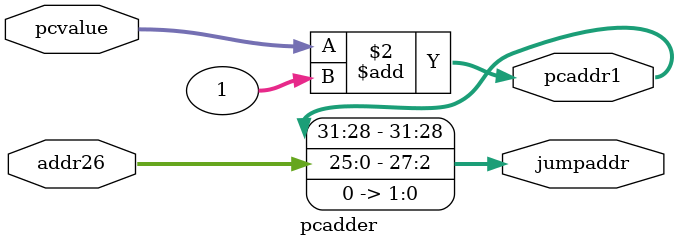
<source format=v>
`timescale 1ps/1ps
module pcadder(input [31:0] pcvalue,
               input [25:0] addr26,
               output reg  [31:0] pcaddr1, jumpaddr);
    always @ (*)
      begin 
          pcaddr1 = pcvalue + 1;
          jumpaddr= { pcaddr1[31:28], addr26, 2'b0 };
          
      end
    
endmodule // pcadder
   
</source>
